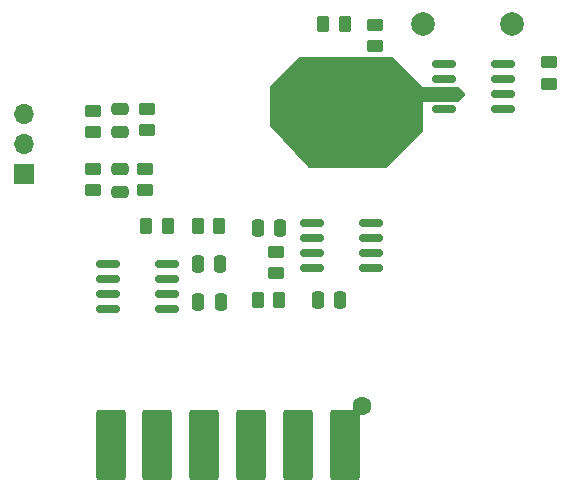
<source format=gbr>
%TF.GenerationSoftware,KiCad,Pcbnew,(6.0.10)*%
%TF.CreationDate,2023-04-30T22:13:56+02:00*%
%TF.ProjectId,616_buffer,3631365f-6275-4666-9665-722e6b696361,rev?*%
%TF.SameCoordinates,Original*%
%TF.FileFunction,Soldermask,Top*%
%TF.FilePolarity,Negative*%
%FSLAX46Y46*%
G04 Gerber Fmt 4.6, Leading zero omitted, Abs format (unit mm)*
G04 Created by KiCad (PCBNEW (6.0.10)) date 2023-04-30 22:13:56*
%MOMM*%
%LPD*%
G01*
G04 APERTURE LIST*
G04 Aperture macros list*
%AMRoundRect*
0 Rectangle with rounded corners*
0 $1 Rounding radius*
0 $2 $3 $4 $5 $6 $7 $8 $9 X,Y pos of 4 corners*
0 Add a 4 corners polygon primitive as box body*
4,1,4,$2,$3,$4,$5,$6,$7,$8,$9,$2,$3,0*
0 Add four circle primitives for the rounded corners*
1,1,$1+$1,$2,$3*
1,1,$1+$1,$4,$5*
1,1,$1+$1,$6,$7*
1,1,$1+$1,$8,$9*
0 Add four rect primitives between the rounded corners*
20,1,$1+$1,$2,$3,$4,$5,0*
20,1,$1+$1,$4,$5,$6,$7,0*
20,1,$1+$1,$6,$7,$8,$9,0*
20,1,$1+$1,$8,$9,$2,$3,0*%
G04 Aperture macros list end*
%ADD10RoundRect,0.250000X0.450000X-0.262500X0.450000X0.262500X-0.450000X0.262500X-0.450000X-0.262500X0*%
%ADD11RoundRect,0.250000X-0.262500X-0.450000X0.262500X-0.450000X0.262500X0.450000X-0.262500X0.450000X0*%
%ADD12RoundRect,0.250000X0.250000X0.475000X-0.250000X0.475000X-0.250000X-0.475000X0.250000X-0.475000X0*%
%ADD13RoundRect,0.250000X-0.450000X0.262500X-0.450000X-0.262500X0.450000X-0.262500X0.450000X0.262500X0*%
%ADD14RoundRect,0.250000X-0.475000X0.250000X-0.475000X-0.250000X0.475000X-0.250000X0.475000X0.250000X0*%
%ADD15RoundRect,0.150000X-0.825000X-0.150000X0.825000X-0.150000X0.825000X0.150000X-0.825000X0.150000X0*%
%ADD16RoundRect,0.250000X0.475000X-0.250000X0.475000X0.250000X-0.475000X0.250000X-0.475000X-0.250000X0*%
%ADD17RoundRect,0.250000X0.262500X0.450000X-0.262500X0.450000X-0.262500X-0.450000X0.262500X-0.450000X0*%
%ADD18C,2.000000*%
%ADD19C,1.600000*%
%ADD20RoundRect,0.254065X0.995935X2.745935X-0.995935X2.745935X-0.995935X-2.745935X0.995935X-2.745935X0*%
%ADD21R,1.700000X1.700000*%
%ADD22O,1.700000X1.700000*%
%ADD23RoundRect,0.150000X0.825000X0.150000X-0.825000X0.150000X-0.825000X-0.150000X0.825000X-0.150000X0*%
G04 APERTURE END LIST*
D10*
%TO.C,R5*%
X144526000Y-111148500D03*
X144526000Y-109323500D03*
%TD*%
D11*
%TO.C,R3*%
X140161000Y-109220000D03*
X141986000Y-109220000D03*
%TD*%
D12*
%TO.C,C2*%
X141600000Y-132588000D03*
X139700000Y-132588000D03*
%TD*%
D13*
%TO.C,R1*%
X120650000Y-121515500D03*
X120650000Y-123340500D03*
%TD*%
D14*
%TO.C,C7*%
X122936000Y-116464000D03*
X122936000Y-118364000D03*
%TD*%
D10*
%TO.C,R6*%
X159258000Y-114300000D03*
X159258000Y-112475000D03*
%TD*%
D13*
%TO.C,R12*%
X120650000Y-116586000D03*
X120650000Y-118411000D03*
%TD*%
D15*
%TO.C,U3*%
X150433000Y-112649000D03*
X150433000Y-113919000D03*
X150433000Y-115189000D03*
X150433000Y-116459000D03*
X155383000Y-116459000D03*
X155383000Y-115189000D03*
X155383000Y-113919000D03*
X155383000Y-112649000D03*
%TD*%
D13*
%TO.C,R10*%
X136144000Y-128524000D03*
X136144000Y-130349000D03*
%TD*%
D16*
%TO.C,C6*%
X122936000Y-123444000D03*
X122936000Y-121544000D03*
%TD*%
D17*
%TO.C,R8*%
X131365000Y-126365000D03*
X129540000Y-126365000D03*
%TD*%
D18*
%TO.C,J3*%
X141732000Y-116840000D03*
%TD*%
D17*
%TO.C,R7*%
X127000000Y-126365000D03*
X125175000Y-126365000D03*
%TD*%
D11*
%TO.C,R4*%
X145946500Y-115316000D03*
X144121500Y-115316000D03*
%TD*%
D12*
%TO.C,C3*%
X131445000Y-129540000D03*
X129545000Y-129540000D03*
%TD*%
%TO.C,C1*%
X131491252Y-132753748D03*
X129591252Y-132753748D03*
%TD*%
D19*
%TO.C,J2*%
X143480000Y-141630000D03*
D20*
X141980000Y-144880000D03*
X138020000Y-144880000D03*
X134060000Y-144880000D03*
X130100000Y-144880000D03*
X126140000Y-144880000D03*
X122180000Y-144880000D03*
%TD*%
D10*
%TO.C,R2*%
X125222000Y-118260500D03*
X125222000Y-116435500D03*
%TD*%
D15*
%TO.C,U2*%
X139257000Y-126111000D03*
X139257000Y-127381000D03*
X139257000Y-128651000D03*
X139257000Y-129921000D03*
X144207000Y-129921000D03*
X144207000Y-128651000D03*
X144207000Y-127381000D03*
X144207000Y-126111000D03*
%TD*%
D21*
%TO.C,J1*%
X114808000Y-121920000D03*
D22*
X114808000Y-119380000D03*
X114808000Y-116840000D03*
%TD*%
D10*
%TO.C,R11*%
X125105000Y-123340500D03*
X125105000Y-121515500D03*
%TD*%
D17*
%TO.C,R9*%
X136445000Y-132588000D03*
X134620000Y-132588000D03*
%TD*%
D23*
%TO.C,U1*%
X126935000Y-133350000D03*
X126935000Y-132080000D03*
X126935000Y-130810000D03*
X126935000Y-129540000D03*
X121985000Y-129540000D03*
X121985000Y-130810000D03*
X121985000Y-132080000D03*
X121985000Y-133350000D03*
%TD*%
D12*
%TO.C,C4*%
X136520000Y-126492000D03*
X134620000Y-126492000D03*
%TD*%
D18*
%TO.C,C5*%
X156150000Y-109220000D03*
X148650000Y-109220000D03*
%TD*%
G36*
X146065931Y-112034002D02*
G01*
X146086905Y-112050905D01*
X148577188Y-114541188D01*
X148600650Y-114554000D01*
X151585810Y-114554000D01*
X151653931Y-114574002D01*
X151674905Y-114590905D01*
X152109095Y-115025095D01*
X152143121Y-115087407D01*
X152146000Y-115114190D01*
X152146000Y-115263810D01*
X152125998Y-115331931D01*
X152109095Y-115352905D01*
X151674905Y-115787095D01*
X151612593Y-115821121D01*
X151585810Y-115824000D01*
X148608115Y-115824000D01*
X148592876Y-115828475D01*
X148591671Y-115829865D01*
X148590000Y-115837548D01*
X148590000Y-118311810D01*
X148569998Y-118379931D01*
X148553095Y-118400905D01*
X145578905Y-121375095D01*
X145516593Y-121409121D01*
X145489810Y-121412000D01*
X138992945Y-121412000D01*
X138924824Y-121391998D01*
X138900613Y-121371737D01*
X135669668Y-117892258D01*
X135637973Y-117828729D01*
X135636000Y-117806521D01*
X135636000Y-114606190D01*
X135656002Y-114538069D01*
X135672905Y-114517095D01*
X138139095Y-112050905D01*
X138201407Y-112016879D01*
X138228190Y-112014000D01*
X145997810Y-112014000D01*
X146065931Y-112034002D01*
G37*
M02*

</source>
